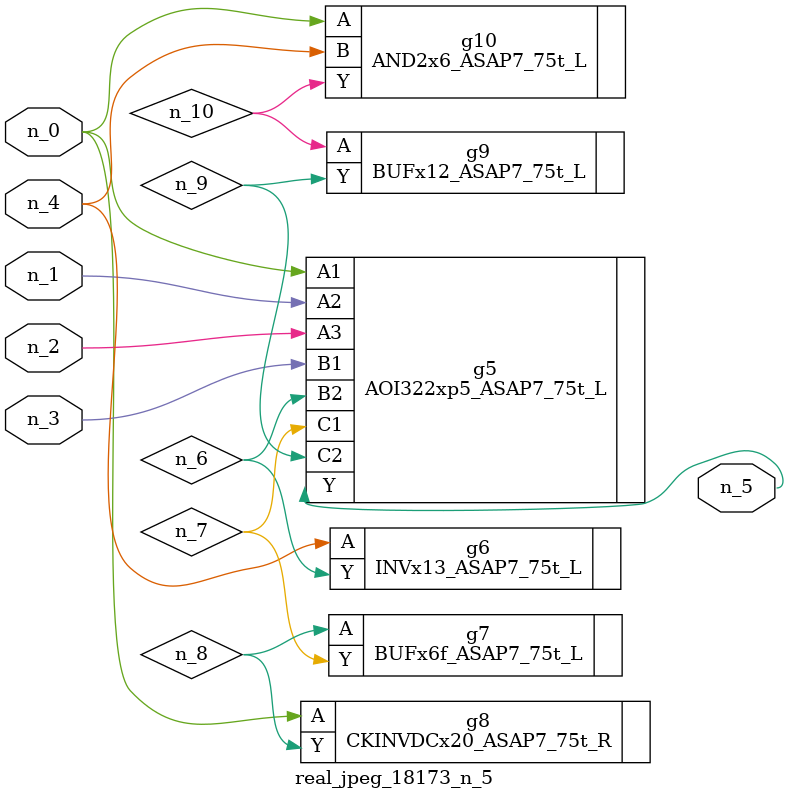
<source format=v>
module real_jpeg_18173_n_5 (n_4, n_0, n_1, n_2, n_3, n_5);

input n_4;
input n_0;
input n_1;
input n_2;
input n_3;

output n_5;

wire n_8;
wire n_6;
wire n_7;
wire n_10;
wire n_9;

AOI322xp5_ASAP7_75t_L g5 ( 
.A1(n_0),
.A2(n_1),
.A3(n_2),
.B1(n_3),
.B2(n_6),
.C1(n_7),
.C2(n_9),
.Y(n_5)
);

CKINVDCx20_ASAP7_75t_R g8 ( 
.A(n_0),
.Y(n_8)
);

AND2x6_ASAP7_75t_L g10 ( 
.A(n_0),
.B(n_4),
.Y(n_10)
);

INVx13_ASAP7_75t_L g6 ( 
.A(n_4),
.Y(n_6)
);

BUFx6f_ASAP7_75t_L g7 ( 
.A(n_8),
.Y(n_7)
);

BUFx12_ASAP7_75t_L g9 ( 
.A(n_10),
.Y(n_9)
);


endmodule
</source>
